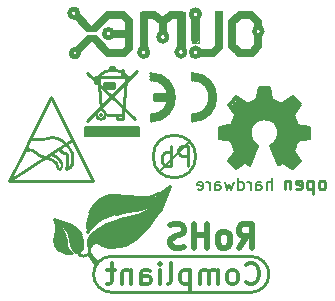
<source format=gbr>
G04 #@! TF.GenerationSoftware,KiCad,Pcbnew,5.1.0-rc2-unknown-036be7d~80~ubuntu16.04.1*
G04 #@! TF.CreationDate,2023-05-22T11:40:45+03:00*
G04 #@! TF.ProjectId,UEXT-PQ_Rev_A,55455854-2d50-4515-9f52-65765f412e6b,A*
G04 #@! TF.SameCoordinates,Original*
G04 #@! TF.FileFunction,Legend,Bot*
G04 #@! TF.FilePolarity,Positive*
%FSLAX46Y46*%
G04 Gerber Fmt 4.6, Leading zero omitted, Abs format (unit mm)*
G04 Created by KiCad (PCBNEW 5.1.0-rc2-unknown-036be7d~80~ubuntu16.04.1) date 2023-05-22 11:40:45*
%MOMM*%
%LPD*%
G04 APERTURE LIST*
%ADD10C,0.254000*%
%ADD11C,0.508000*%
%ADD12C,0.300000*%
%ADD13C,1.000000*%
%ADD14C,0.150000*%
%ADD15C,0.370000*%
%ADD16C,0.380000*%
%ADD17C,0.400000*%
%ADD18C,0.420000*%
%ADD19C,0.100000*%
%ADD20C,0.700000*%
%ADD21C,0.500000*%
%ADD22C,0.127000*%
%ADD23C,0.200000*%
%ADD24C,0.350000*%
%ADD25C,0.180000*%
G04 APERTURE END LIST*
D10*
X79628556Y-146963371D02*
G75*
G02X79375000Y-147574000I-865696J1511D01*
G01*
X78182020Y-145468180D02*
G75*
G02X78689200Y-146499580I-991420J-1127920D01*
G01*
X79099340Y-147604046D02*
G75*
G02X78689200Y-146507200I1118940J1043506D01*
G01*
X79376788Y-147702791D02*
G75*
G02X79072740Y-147576540I752J431051D01*
G01*
X78810340Y-147696613D02*
G75*
G02X78308200Y-146900900I709440J1003993D01*
G01*
X77928795Y-145562066D02*
G75*
G02X78282800Y-146552920I-1408755J-1061974D01*
G01*
X78461927Y-147702303D02*
G75*
G02X78262480Y-147678140I-1327J824263D01*
G01*
X78260497Y-147677453D02*
G75*
G02X77680820Y-147403820I205183J1185493D01*
G01*
X77656946Y-147381974D02*
G75*
G02X77343000Y-146624040I757934J757934D01*
G01*
X77343283Y-146624487D02*
G75*
G02X77414120Y-146255740I992857J447D01*
G01*
X77478148Y-145321136D02*
G75*
G02X77414120Y-146255740I-1478808J-368184D01*
G01*
X78780000Y-145342511D02*
G75*
G02X79502000Y-145986500I-601340J-1400909D01*
G01*
X79555794Y-146082321D02*
G75*
G02X79756000Y-146837400I-1323794J-755079D01*
G01*
X79757874Y-146837901D02*
G75*
G02X79672180Y-147281900I-1195674J501D01*
G01*
X79801720Y-147956612D02*
G75*
G02X79509620Y-147835620I0J413092D01*
G01*
X80159134Y-147806954D02*
G75*
G02X79801720Y-147955000I-357414J357414D01*
G01*
X80532258Y-147972710D02*
G75*
G02X80264000Y-147320000I653762J650170D01*
G01*
X80769978Y-148590280D02*
G75*
G02X80264000Y-147365720I1228842J1224560D01*
G01*
X84334379Y-144051186D02*
G75*
G02X82991960Y-144266920I-1812319J6992786D01*
G01*
X81210130Y-144840934D02*
G75*
G02X82473800Y-144340580I2134890J-3545866D01*
G01*
X80143641Y-145918765D02*
G75*
G02X81198720Y-144848580I3831299J-2722035D01*
G01*
X80263155Y-147193069D02*
G75*
G02X80383380Y-146255740I762845J378529D01*
G01*
X80554473Y-146067156D02*
G75*
G02X83108800Y-144797780I3654147J-4148444D01*
G01*
X85445541Y-143986778D02*
G75*
G02X83418680Y-144736820I-2631381J3997218D01*
G01*
X80711549Y-148278559D02*
G75*
G02X80264000Y-147193000I1086611J1083019D01*
G01*
X80137760Y-145541243D02*
G75*
G02X80197960Y-144863820I3049780J70363D01*
G01*
X80344736Y-144260585D02*
G75*
G02X82395060Y-142748000I2144304J-760715D01*
G01*
X86258952Y-142603522D02*
G75*
G02X84543900Y-142943580I-1268012J1900222D01*
G01*
X84232933Y-146527013D02*
G75*
G02X82367120Y-147193000I-1738813J1924813D01*
G01*
X86253464Y-144107447D02*
G75*
G02X84272120Y-146489420I-8344044J4925607D01*
G01*
X80540860Y-146916140D02*
G75*
G02X81259680Y-146918680I358140J-360680D01*
G01*
X81851500Y-147195066D02*
G75*
G02X81313020Y-146972020I0J761526D01*
G01*
X82169000Y-151003000D02*
G75*
G02X80645000Y-149479000I0J1524000D01*
G01*
X95504000Y-149479000D02*
G75*
G02X93980000Y-151003000I-1524000J0D01*
G01*
X93980000Y-147955000D02*
G75*
G02X95504000Y-149479000I0J-1524000D01*
G01*
X80645000Y-149479000D02*
G75*
G02X82169000Y-147955000I1524000J0D01*
G01*
X82169000Y-147955000D02*
X93980000Y-147955000D01*
X93980000Y-151003000D02*
X82169000Y-151003000D01*
X81313020Y-146972020D02*
X81259680Y-146918680D01*
X80540860Y-146918680D02*
X80264000Y-147193000D01*
X87122000Y-141986000D02*
X86255860Y-144101820D01*
X84272120Y-146489420D02*
X84236560Y-146524980D01*
X82367120Y-147193000D02*
X81851500Y-147193000D01*
X87122000Y-141986000D02*
X86260940Y-142605760D01*
X84543900Y-142943580D02*
X82395060Y-142748000D01*
X80345280Y-144264380D02*
X80197960Y-144863820D01*
X80139540Y-145542000D02*
X80139540Y-145923000D01*
X80241140Y-147147280D02*
X80264000Y-147193000D01*
X80899000Y-148463000D02*
X80713580Y-148277580D01*
X85727540Y-143637000D02*
X85445600Y-143984980D01*
X83418680Y-144736820D02*
X83108800Y-144797780D01*
X80553560Y-146067780D02*
X80383380Y-146255740D01*
X80139540Y-145923000D02*
X80142080Y-145920460D01*
X81198720Y-144848580D02*
X81206340Y-144843500D01*
X82473800Y-144340580D02*
X82991960Y-144266920D01*
X84340700Y-144051020D02*
X85727540Y-143637000D01*
X80899000Y-148590000D02*
X80391000Y-147828000D01*
X80264000Y-147365720D02*
X80264000Y-147320000D01*
X81026000Y-148463000D02*
X80535780Y-147972780D01*
X80264000Y-147701000D02*
X80159860Y-147807680D01*
X79509620Y-147835620D02*
X79375000Y-147701000D01*
X79375000Y-147701000D02*
X79672180Y-147281900D01*
X79555340Y-146080480D02*
X79502000Y-145986500D01*
X78780640Y-145341340D02*
X78359000Y-145161000D01*
X78359000Y-145161000D02*
X77343000Y-144780000D01*
X77343000Y-144780000D02*
X77477620Y-145318480D01*
X77657960Y-147380960D02*
X77680820Y-147403820D01*
X78460600Y-147701000D02*
X78816200Y-147701000D01*
X79362300Y-147701000D02*
X79375000Y-147701000D01*
X78282800Y-146509740D02*
X78308200Y-146900900D01*
X86741000Y-142494000D02*
X85727540Y-143131540D01*
D11*
X85727540Y-143131540D02*
X84582000Y-143131540D01*
X84582000Y-143131540D02*
X83566000Y-143002000D01*
X83566000Y-143002000D02*
X81915000Y-143002000D01*
X81915000Y-143002000D02*
X81280000Y-143383000D01*
X81280000Y-143383000D02*
X80772000Y-143891000D01*
X80772000Y-143891000D02*
X80518000Y-144399000D01*
X80518000Y-144399000D02*
X80391000Y-145415000D01*
X80391000Y-145415000D02*
X80899000Y-144780000D01*
X80899000Y-144780000D02*
X81534000Y-144399000D01*
X81534000Y-144399000D02*
X81280000Y-143891000D01*
X81280000Y-143891000D02*
X80899000Y-144399000D01*
X81661000Y-144399000D02*
X82296000Y-144018000D01*
X82296000Y-144018000D02*
X82804000Y-144018000D01*
X82804000Y-144018000D02*
X82931000Y-144018000D01*
X82931000Y-144018000D02*
X84074000Y-143891000D01*
X84074000Y-143891000D02*
X85344000Y-143510000D01*
X85344000Y-143510000D02*
X85852000Y-143383000D01*
X85852000Y-143383000D02*
X81280000Y-143383000D01*
X81280000Y-143383000D02*
X81280000Y-143637000D01*
X81280000Y-143891000D02*
X81280000Y-143637000D01*
X81280000Y-143637000D02*
X86233000Y-143560800D01*
X81153000Y-144018000D02*
X82804000Y-144018000D01*
X86741000Y-142494000D02*
X86233000Y-143383000D01*
X86233000Y-143383000D02*
X86106000Y-143891000D01*
X86106000Y-143891000D02*
X85727540Y-144399000D01*
X85727540Y-144399000D02*
X85727540Y-144018000D01*
X85727540Y-144018000D02*
X86106000Y-143131540D01*
X85598000Y-144526000D02*
X85217000Y-145034000D01*
X85217000Y-145034000D02*
X84963000Y-145415000D01*
X84963000Y-145415000D02*
X84074000Y-146304000D01*
X84074000Y-146304000D02*
X83566000Y-146685000D01*
X83566000Y-146685000D02*
X82677000Y-146939000D01*
X82677000Y-146939000D02*
X81788000Y-146939000D01*
X81788000Y-146939000D02*
X81026000Y-146431000D01*
X81026000Y-146431000D02*
X80645000Y-146558000D01*
X80645000Y-146558000D02*
X80391000Y-146812000D01*
X80391000Y-146812000D02*
X80645000Y-146304000D01*
X80645000Y-146304000D02*
X81153000Y-145796000D01*
X81153000Y-145796000D02*
X81838800Y-145389600D01*
X81838800Y-145389600D02*
X83235800Y-144907000D01*
X83235800Y-144907000D02*
X83845400Y-144907000D01*
X83845400Y-144907000D02*
X84582000Y-144653000D01*
X84582000Y-144653000D02*
X85344000Y-144272000D01*
X85217000Y-144653000D02*
X84455000Y-145288000D01*
X84455000Y-145288000D02*
X84328000Y-145161000D01*
X84328000Y-145161000D02*
X84201000Y-145161000D01*
X84201000Y-145161000D02*
X83058000Y-145288000D01*
X83058000Y-145288000D02*
X82042000Y-145542000D01*
X82042000Y-145542000D02*
X81407000Y-146050000D01*
X81407000Y-146050000D02*
X81280000Y-146177000D01*
X81280000Y-146177000D02*
X81407000Y-146431000D01*
X81407000Y-146431000D02*
X81661000Y-146431000D01*
X81661000Y-146431000D02*
X82042000Y-146558000D01*
X82042000Y-146558000D02*
X82677000Y-146558000D01*
X82677000Y-146558000D02*
X83058000Y-146431000D01*
X83058000Y-146431000D02*
X83566000Y-146304000D01*
X83566000Y-146304000D02*
X84201000Y-145796000D01*
X84201000Y-145796000D02*
X84328000Y-145669000D01*
X84328000Y-145669000D02*
X84201000Y-145542000D01*
X84201000Y-145542000D02*
X83693000Y-145542000D01*
X83693000Y-145542000D02*
X82677000Y-145796000D01*
X82677000Y-145796000D02*
X82423000Y-145796000D01*
X82423000Y-145796000D02*
X81915000Y-146050000D01*
X81915000Y-146050000D02*
X81915000Y-146177000D01*
X81915000Y-146177000D02*
X82042000Y-146304000D01*
X82042000Y-146304000D02*
X82423000Y-146177000D01*
X82423000Y-146177000D02*
X83693000Y-145923000D01*
D10*
X79072740Y-147576540D02*
X79100680Y-147604480D01*
X78689200Y-146507200D02*
X78689200Y-146499580D01*
X79629000Y-146961860D02*
X79629000Y-146939000D01*
X79629000Y-146939000D02*
X79629000Y-146685000D01*
X79629000Y-146685000D02*
X79502000Y-146685000D01*
X79502000Y-146685000D02*
X79375000Y-146685000D01*
X79375000Y-146685000D02*
X79375000Y-147320000D01*
X79502000Y-146685000D02*
X79502000Y-146812000D01*
X79502000Y-146812000D02*
X79502000Y-147193000D01*
X79502000Y-147193000D02*
X79502000Y-147320000D01*
X79502000Y-147320000D02*
X79502000Y-147447000D01*
X79375000Y-146685000D02*
X78994000Y-146685000D01*
X78994000Y-146685000D02*
X78740000Y-146685000D01*
X78740000Y-146685000D02*
X79248000Y-147574000D01*
X78994000Y-146685000D02*
X78994000Y-147193000D01*
X79502000Y-146812000D02*
X78867000Y-146812000D01*
X79629000Y-146939000D02*
X78867000Y-146939000D01*
X79629000Y-147066000D02*
X78867000Y-147066000D01*
X79502000Y-147193000D02*
X78867000Y-147193000D01*
X79502000Y-147320000D02*
X78994000Y-147320000D01*
X78740000Y-146558000D02*
X79629000Y-146558000D01*
X78740000Y-146431000D02*
X79629000Y-146431000D01*
X78740000Y-146304000D02*
X79502000Y-146304000D01*
X78740000Y-146177000D02*
X79502000Y-146177000D01*
X78613000Y-146050000D02*
X79502000Y-146050000D01*
X78613000Y-145923000D02*
X79375000Y-145923000D01*
X78486000Y-145796000D02*
X79248000Y-145796000D01*
X78486000Y-145669000D02*
X79121000Y-145669000D01*
X78359000Y-145542000D02*
X78867000Y-145542000D01*
X77597000Y-145415000D02*
X77724000Y-145415000D01*
X77724000Y-145415000D02*
X77851000Y-145415000D01*
X77851000Y-145415000D02*
X78740000Y-145415000D01*
X78359000Y-145288000D02*
X77597000Y-145288000D01*
X78105000Y-145161000D02*
X77470000Y-145161000D01*
X77978000Y-145034000D02*
X77470000Y-145034000D01*
X77851000Y-145415000D02*
X77851000Y-145923000D01*
X77724000Y-145415000D02*
X77724000Y-145923000D01*
X78105000Y-145923000D02*
X77597000Y-145923000D01*
X78105000Y-146050000D02*
X77597000Y-146050000D01*
X78232000Y-146177000D02*
X77597000Y-146177000D01*
X78232000Y-146304000D02*
X77470000Y-146304000D01*
X78232000Y-146431000D02*
X77470000Y-146431000D01*
X78232000Y-146558000D02*
X77470000Y-146558000D01*
X78232000Y-146685000D02*
X77470000Y-146685000D01*
X78232000Y-146812000D02*
X77470000Y-146812000D01*
X78232000Y-146939000D02*
X77470000Y-146939000D01*
X78308200Y-147066000D02*
X77470000Y-147066000D01*
X78359000Y-147193000D02*
X77597000Y-147193000D01*
X78359000Y-147320000D02*
X77724000Y-147320000D01*
X78486000Y-147447000D02*
X77851000Y-147447000D01*
X78613000Y-147574000D02*
X78105000Y-147574000D01*
X85499000Y-136493000D02*
G75*
G03X85499000Y-132493000I0J2000000D01*
G01*
D12*
X85548980Y-136243000D02*
G75*
G03X85549000Y-132743000I-49980J1750000D01*
G01*
D10*
X85499000Y-135993000D02*
G75*
G03X85499000Y-132993000I0J1500000D01*
G01*
D12*
X89048980Y-136243000D02*
G75*
G03X89049000Y-132743000I-49980J1750000D01*
G01*
D10*
X88999000Y-136493000D02*
G75*
G03X88999000Y-132493000I0J2000000D01*
G01*
X88999000Y-135993000D02*
G75*
G03X88999000Y-132993000I0J1500000D01*
G01*
X88999000Y-132493000D02*
X88999000Y-132993000D01*
X88999000Y-135993000D02*
X88999000Y-136493000D01*
X85499000Y-135993000D02*
X85499000Y-136493000D01*
X85499000Y-132493000D02*
X85499000Y-132993000D01*
X86999000Y-134243000D02*
X85749000Y-134243000D01*
X85749000Y-134243000D02*
X85749000Y-134743000D01*
X85749000Y-134743000D02*
X86999000Y-134743000D01*
X85749000Y-134493000D02*
X86999000Y-134493000D01*
D13*
X93959680Y-138671300D02*
X93626940Y-139402820D01*
X93959680Y-138762740D02*
X92778580Y-139776200D01*
X93845380Y-138625580D02*
X93228160Y-138953240D01*
X93525340Y-138206480D02*
X92915740Y-138313160D01*
X92689680Y-137048240D02*
X93411040Y-137195560D01*
X92930980Y-136354820D02*
X93586300Y-136720580D01*
X93799660Y-135486140D02*
X94218760Y-136072880D01*
X94386400Y-135234680D02*
X94607380Y-135920480D01*
X95651320Y-135219440D02*
X95483680Y-135829040D01*
X96085660Y-135478520D02*
X95910400Y-135836660D01*
X97083880Y-136255760D02*
X96626680Y-136545320D01*
X97259140Y-136735820D02*
X96817180Y-136895840D01*
X97584260Y-137980420D02*
X96878140Y-137853420D01*
X97335340Y-138625580D02*
X96771460Y-138145520D01*
X96669860Y-139524740D02*
X96304100Y-138762740D01*
X91879420Y-137472420D02*
X93347540Y-137558780D01*
X92870020Y-135288020D02*
X93982540Y-136354820D01*
X95135700Y-134231380D02*
X95130620Y-135745220D01*
X97396300Y-135206740D02*
X96334580Y-136314180D01*
X98381820Y-137492740D02*
X96964500Y-137431780D01*
X97345500Y-139697460D02*
X96492060Y-138676380D01*
D14*
X96329500Y-138267440D02*
X96022160Y-138534140D01*
X96659700Y-135354060D02*
X95676720Y-134861300D01*
X94480380Y-138859260D02*
X94602300Y-138574780D01*
X94343220Y-138404600D02*
X94597220Y-138569700D01*
X95844360Y-138402060D02*
X95618300Y-138577320D01*
X96212660Y-138287760D02*
X95953580Y-138625580D01*
X96436180Y-138066780D02*
X96342200Y-138236960D01*
X96436180Y-138066780D02*
X96342200Y-138236960D01*
X96573340Y-137213340D02*
X96441260Y-138036300D01*
X96149160Y-136476740D02*
X96568260Y-137208260D01*
X95277940Y-136047480D02*
X96149160Y-136476740D01*
X94462600Y-136215120D02*
X95277940Y-136055100D01*
X93952060Y-136644380D02*
X94462600Y-136215120D01*
X93718380Y-137317480D02*
X93952060Y-136644380D01*
X93723460Y-137822940D02*
X93723460Y-137304780D01*
X94099380Y-138534140D02*
X93723460Y-137822940D01*
X94277180Y-138656060D02*
X94099380Y-138534140D01*
X97548700Y-134635240D02*
X96664780Y-135356600D01*
X97304860Y-135989060D02*
X97906840Y-135079740D01*
X97309940Y-135983980D02*
X97696020Y-136982200D01*
X98839020Y-137251440D02*
X97723960Y-137005060D01*
X98696780Y-137195560D02*
X98696780Y-137845800D01*
X94320360Y-138597640D02*
X93792040Y-139979400D01*
X93929200Y-140276580D02*
X94315280Y-139296140D01*
X93400880Y-139948920D02*
X93929200Y-140276580D01*
X92717620Y-140281660D02*
X93538040Y-139753340D01*
X93581220Y-139976860D02*
X92704920Y-140596620D01*
X92694760Y-140591540D02*
X92011500Y-139900660D01*
X92298520Y-139816840D02*
X92783660Y-140347700D01*
X92265500Y-138181080D02*
X92646500Y-139161520D01*
X92369640Y-138214100D02*
X91246960Y-138003280D01*
X91231720Y-137025380D02*
X91234260Y-137982960D01*
X91315540Y-137767060D02*
X92422980Y-137990580D01*
X92618560Y-135996680D02*
X92252800Y-136865360D01*
X92003880Y-135115300D02*
X92707460Y-136105900D01*
X92702380Y-134416800D02*
X92008960Y-135107680D01*
X93718380Y-135092440D02*
X92707460Y-134419340D01*
X94404180Y-134706360D02*
X93599000Y-135044180D01*
X94620080Y-133616700D02*
X94394020Y-134787640D01*
X95585280Y-133616700D02*
X94620080Y-133616700D01*
X95595440Y-133624320D02*
X95796100Y-134650480D01*
X96583500Y-135018780D02*
X95679260Y-134640320D01*
X97518220Y-134371080D02*
X96547940Y-135087360D01*
X98204020Y-135087360D02*
X97530920Y-134373620D01*
X98183700Y-135122920D02*
X97589340Y-135976360D01*
X97922080Y-136806940D02*
X97586800Y-135973820D01*
X98991420Y-137005060D02*
X97820480Y-136801860D01*
X98988880Y-137007600D02*
X98988880Y-137993120D01*
X98988880Y-138000740D02*
X97917000Y-138196320D01*
X98226880Y-139908280D02*
X97629980Y-139044680D01*
X97497900Y-140604240D02*
X98219260Y-139910820D01*
X96664780Y-140032740D02*
X97490280Y-140596620D01*
X96652080Y-140042900D02*
X96306640Y-140263880D01*
X96268540Y-140246100D02*
X95618300Y-138577320D01*
D15*
X92702380Y-140436600D02*
X92148660Y-139890500D01*
X92768420Y-138996420D02*
X92148660Y-139882880D01*
X93891100Y-140063220D02*
X94465140Y-138623040D01*
X93553280Y-139877800D02*
X93891100Y-140063220D01*
X92717620Y-140444220D02*
X93553280Y-139877800D01*
X92362020Y-138084560D02*
X92768420Y-138996420D01*
X91348560Y-137914380D02*
X92362020Y-138084560D01*
X91348560Y-137078720D02*
X91348560Y-137914380D01*
X92430600Y-136850120D02*
X91348560Y-137078720D01*
X92770960Y-135912860D02*
X92430600Y-136850120D01*
X92153740Y-135122920D02*
X92770960Y-135912860D01*
X92707460Y-134574280D02*
X92153740Y-135120380D01*
X93611700Y-135206740D02*
X92707460Y-134572300D01*
X94526100Y-134762240D02*
X93624400Y-135211820D01*
X94739460Y-133743700D02*
X94526100Y-134762240D01*
X95506540Y-133723380D02*
X94721680Y-133723380D01*
X95498920Y-133736080D02*
X95704660Y-134749540D01*
X96603820Y-135176260D02*
X95758000Y-134769860D01*
X97492820Y-134533640D02*
X96664780Y-135186420D01*
D16*
X98041460Y-135092440D02*
X97541080Y-134559040D01*
D15*
X98031300Y-135115300D02*
X97475040Y-135966200D01*
X97802700Y-136883140D02*
X97454720Y-136017000D01*
X98851720Y-137099040D02*
X97833180Y-136918700D01*
D16*
X98839020Y-137111740D02*
X98844100Y-137899140D01*
D15*
X98849180Y-137888980D02*
X97899220Y-138107420D01*
X97871280Y-138130280D02*
X97513140Y-139014200D01*
X98046540Y-139890500D02*
X97513140Y-139057380D01*
D16*
X98061780Y-139890500D02*
X97497900Y-140428980D01*
D17*
X97485200Y-140428980D02*
X96705420Y-139898120D01*
D15*
X96695260Y-139880340D02*
X96377760Y-140086080D01*
D18*
X96349820Y-140065760D02*
X95798640Y-138643360D01*
D15*
X96024700Y-136598660D02*
G75*
G02X95948500Y-138452860I-965200J-889000D01*
G01*
X94073980Y-136771380D02*
G75*
G02X95999300Y-136573260I1061720J-863600D01*
G01*
X94454980Y-138620500D02*
G75*
G02X94084140Y-136756140I746760J1117600D01*
G01*
D19*
X83197700Y-127203200D02*
X81826100Y-127203200D01*
X81826100Y-127203200D02*
X81775300Y-127203200D01*
X81775300Y-127203200D02*
X80518000Y-128447800D01*
X84721700Y-127317500D02*
X84620100Y-127317500D01*
X84569300Y-127254000D02*
X84569300Y-127241300D01*
X84569300Y-127241300D02*
X85864700Y-127241300D01*
X85864700Y-127241300D02*
X85890100Y-127241300D01*
X85890100Y-127241300D02*
X86512400Y-127736600D01*
X84569300Y-130263900D02*
X84569300Y-127254000D01*
X88226900Y-127304800D02*
X88303100Y-127304800D01*
X88379300Y-127241300D02*
X87134700Y-127241300D01*
X87134700Y-127241300D02*
X86550500Y-127723900D01*
X88379300Y-130238500D02*
X88379300Y-127254000D01*
X89115900Y-129832100D02*
X89027000Y-129832100D01*
X89458800Y-129832100D02*
X89522300Y-129832100D01*
X89598500Y-129895600D02*
X88988900Y-129895600D01*
X88988900Y-129895600D02*
X88963500Y-129895600D01*
X88963500Y-129895600D02*
X88963500Y-127876300D01*
X89598500Y-127876300D02*
X89598500Y-129895600D01*
X91097100Y-127266700D02*
X90982800Y-127266700D01*
X91224100Y-127190500D02*
X90919300Y-127190500D01*
X90919300Y-127190500D02*
X90919300Y-130225800D01*
X91401900Y-127279400D02*
X91465400Y-127266700D01*
X91516200Y-127190500D02*
X91528900Y-127190500D01*
X91528900Y-127190500D02*
X91541600Y-127190500D01*
X91541600Y-127190500D02*
X91541600Y-130340100D01*
X91236800Y-127190500D02*
X91516200Y-127190500D01*
D20*
X91236800Y-130263900D02*
X91236800Y-127533400D01*
X84899500Y-127546100D02*
X84899500Y-130149600D01*
X93014800Y-127533400D02*
X94018100Y-127533400D01*
X92392500Y-128143000D02*
X92392500Y-130073400D01*
X94615000Y-128181100D02*
X94615000Y-128422400D01*
X94615000Y-130149600D02*
X94030800Y-130721100D01*
X94602300Y-130162300D02*
X94602300Y-129400300D01*
X94043500Y-130721100D02*
X93002100Y-130721100D01*
D17*
X82274659Y-129108200D02*
G75*
G03X82274659Y-129108200I-359659J0D01*
G01*
D20*
X82423000Y-129108200D02*
X83642200Y-129108200D01*
D17*
X79340735Y-127368300D02*
G75*
G03X79340735Y-127368300I-359435J0D01*
G01*
D20*
X79349600Y-127723900D02*
X80213200Y-128617600D01*
D21*
X80772000Y-128714500D02*
X80213200Y-128714500D01*
D20*
X81889600Y-127533400D02*
X80797400Y-128600200D01*
X83111500Y-127533400D02*
X81889600Y-127533400D01*
X83642200Y-128016000D02*
X83159600Y-127508000D01*
X83642200Y-128041400D02*
X83642200Y-130276600D01*
X83642200Y-130276600D02*
X83210400Y-130708400D01*
X83210400Y-130708400D02*
X81889600Y-130708400D01*
X81889600Y-130708400D02*
X80746600Y-129590800D01*
D21*
X80746600Y-129489200D02*
X80213200Y-129489200D01*
D20*
X79400400Y-130403600D02*
X80238600Y-129590800D01*
D17*
X79399666Y-130759200D02*
G75*
G03X79399666Y-130759200I-329466J0D01*
G01*
X85262729Y-130670300D02*
G75*
G03X85262729Y-130670300I-363229J0D01*
G01*
D20*
X85801200Y-127558800D02*
X84912200Y-127558800D01*
D17*
X86883318Y-129387600D02*
G75*
G03X86883318Y-129387600I-370918J0D01*
G01*
D20*
X86436200Y-128066800D02*
X85801200Y-127558800D01*
X86512400Y-128854200D02*
X86512400Y-128143000D01*
X87223600Y-127558800D02*
X86614000Y-128066800D01*
X88061800Y-127558800D02*
X87223600Y-127558800D01*
X88061800Y-130149600D02*
X88061800Y-127558800D01*
D17*
X88408759Y-130657600D02*
G75*
G03X88408759Y-130657600I-359659J0D01*
G01*
X89641818Y-127457200D02*
G75*
G03X89641818Y-127457200I-373518J0D01*
G01*
D20*
X89281000Y-127990600D02*
X89281000Y-129590800D01*
D17*
X89647324Y-130683000D02*
G75*
G03X89647324Y-130683000I-366324J0D01*
G01*
D20*
X89793800Y-130708400D02*
X90779600Y-130708400D01*
X90779600Y-130708400D02*
X91236800Y-130251200D01*
X92405200Y-130111500D02*
X92964000Y-130695700D01*
X93014800Y-127546100D02*
X92379800Y-128155700D01*
X94615000Y-128130300D02*
X94107000Y-127622300D01*
D17*
X94939747Y-128905000D02*
G75*
G03X94939747Y-128905000I-337447J0D01*
G01*
D14*
X79962000Y-137046500D02*
X79962000Y-137808500D01*
X84534000Y-137046500D02*
X79962000Y-137046500D01*
X84534000Y-137808500D02*
X84534000Y-137046500D01*
X79962000Y-137808500D02*
X84534000Y-137808500D01*
X80012800Y-137097300D02*
X84432400Y-137097300D01*
X84483200Y-137198900D02*
X80012800Y-137198900D01*
X80012800Y-137351300D02*
X84432400Y-137351300D01*
X80012800Y-137503700D02*
X84432400Y-137503700D01*
X84483200Y-137249700D02*
X80063600Y-137249700D01*
X84483200Y-137402100D02*
X80012800Y-137402100D01*
X80063600Y-137605300D02*
X84432400Y-137605300D01*
X84483200Y-137706900D02*
X80063600Y-137706900D01*
D10*
X84328000Y-132270500D02*
X80137000Y-136461500D01*
X84201000Y-136334500D02*
X80137000Y-132397500D01*
X83185000Y-135953500D02*
X81788000Y-135953500D01*
X83185000Y-135953500D02*
X83439000Y-132905500D01*
X83693000Y-132778500D02*
X80772000Y-132778500D01*
X82677000Y-136334500D02*
X82677000Y-136080500D01*
X83185000Y-136334500D02*
X82677000Y-136334500D01*
X83185000Y-135953500D02*
X83185000Y-136334500D01*
X81280000Y-135445500D02*
X81153000Y-133413500D01*
X81681609Y-135953500D02*
G75*
G03X81681609Y-135953500I-401609J0D01*
G01*
X83058000Y-132143500D02*
X83058000Y-132651500D01*
X83185000Y-132143500D02*
X83058000Y-132143500D01*
X83185000Y-132651500D02*
X83185000Y-132143500D01*
X80772000Y-133286500D02*
X80772000Y-132778500D01*
X81153000Y-133286500D02*
X80772000Y-133286500D01*
X81153000Y-132778500D02*
X81153000Y-133286500D01*
X81026000Y-132905500D02*
X81026000Y-133032500D01*
X81026000Y-132778500D02*
X80899000Y-133159500D01*
X81026000Y-132905500D02*
X81026000Y-133032500D01*
X80899000Y-132905500D02*
X80899000Y-133286500D01*
X81026000Y-132905500D02*
X80899000Y-132905500D01*
X81026000Y-133286500D02*
X81026000Y-132905500D01*
X82423000Y-133667500D02*
X82423000Y-133286500D01*
X81534000Y-133667500D02*
X82423000Y-133667500D01*
X81534000Y-133286500D02*
X81534000Y-133667500D01*
X82423000Y-133286500D02*
X81534000Y-133286500D01*
X82296000Y-133413500D02*
X81661000Y-133413500D01*
X82042000Y-131889500D02*
X82423000Y-131889500D01*
X82042000Y-132016500D02*
X82042000Y-131889500D01*
X82423000Y-132016500D02*
X82042000Y-132016500D01*
X82423000Y-131889500D02*
X82423000Y-132016500D01*
D22*
X81407000Y-135953500D02*
G75*
G03X81407000Y-135953500I-127000J0D01*
G01*
D10*
X81153000Y-132651500D02*
G75*
G02X83439000Y-132651500I1143000J-1143000D01*
G01*
X89292537Y-139506960D02*
G75*
G03X89292537Y-139506960I-1802237J0D01*
G01*
D23*
X86329520Y-140670280D02*
X88762840Y-138249660D01*
D10*
X77089000Y-134493000D02*
X80645000Y-141605000D01*
X80645000Y-141605000D02*
X73533000Y-141605000D01*
X73533000Y-141605000D02*
X74866500Y-138938000D01*
X74866500Y-138938000D02*
X75311000Y-138049000D01*
X75311000Y-138049000D02*
X77089000Y-134493000D01*
X78867000Y-138112500D02*
X73533000Y-141605000D01*
X76492100Y-138049000D02*
X75311000Y-138049000D01*
X74866500Y-138938000D02*
X75184000Y-138938000D01*
X77851000Y-140525500D02*
X77698600Y-140525500D01*
X78803500Y-139128500D02*
X78803500Y-140208000D01*
X78359000Y-140525500D02*
X78359000Y-140398500D01*
X78422500Y-140335000D02*
X78422500Y-139319000D01*
X78422500Y-140335000D02*
X78486000Y-140335000D01*
X78486000Y-140335000D02*
G75*
G02X78613000Y-140462000I0J-127000D01*
G01*
X78359000Y-140398500D02*
G75*
G02X78422500Y-140335000I63500J0D01*
G01*
X78420071Y-140591545D02*
G75*
G02X78359000Y-140525500I2429J63505D01*
G01*
X78803500Y-140208000D02*
G75*
G02X78422500Y-140589000I-381000J0D01*
G01*
X78614048Y-138812575D02*
G75*
G02X78803500Y-139128500I-168688J-315925D01*
G01*
X78611549Y-138811142D02*
G75*
G02X78295500Y-138493500I478971J792622D01*
G01*
X78420935Y-139320845D02*
G75*
G02X77724000Y-138874500I153965J1007685D01*
G01*
X77977068Y-140081674D02*
G75*
G02X77978000Y-140398500I-316568J-159346D01*
G01*
X77977967Y-140398600D02*
G75*
G02X77851000Y-140525500I-190467J63600D01*
G01*
X76649275Y-139637493D02*
G75*
G02X77089000Y-139763500I-825195J-3709947D01*
G01*
X77088915Y-139764965D02*
G75*
G02X77660500Y-140525500I-284395J-808795D01*
G01*
X77026708Y-139320166D02*
G75*
G02X77978000Y-140081000I-285688J-1332334D01*
G01*
X76514461Y-139574576D02*
G75*
G02X75692000Y-139128500I147819J1253796D01*
G01*
X75183301Y-138938474D02*
G75*
G02X75692000Y-139128500I64199J-604046D01*
G01*
X76707915Y-137987114D02*
G75*
G02X76492100Y-138049000I-182795J230214D01*
G01*
X76708721Y-137985678D02*
G75*
G02X78295500Y-138493500I466639J-1274902D01*
G01*
D24*
X93537193Y-150164800D02*
X93621860Y-150249466D01*
X93875860Y-150334133D01*
X94045193Y-150334133D01*
X94299193Y-150249466D01*
X94468526Y-150080133D01*
X94553193Y-149910800D01*
X94637860Y-149572133D01*
X94637860Y-149318133D01*
X94553193Y-148979466D01*
X94468526Y-148810133D01*
X94299193Y-148640800D01*
X94045193Y-148556133D01*
X93875860Y-148556133D01*
X93621860Y-148640800D01*
X93537193Y-148725466D01*
X92521193Y-150334133D02*
X92690526Y-150249466D01*
X92775193Y-150164800D01*
X92859860Y-149995466D01*
X92859860Y-149487466D01*
X92775193Y-149318133D01*
X92690526Y-149233466D01*
X92521193Y-149148800D01*
X92267193Y-149148800D01*
X92097860Y-149233466D01*
X92013193Y-149318133D01*
X91928526Y-149487466D01*
X91928526Y-149995466D01*
X92013193Y-150164800D01*
X92097860Y-150249466D01*
X92267193Y-150334133D01*
X92521193Y-150334133D01*
X91166526Y-150334133D02*
X91166526Y-149148800D01*
X91166526Y-149318133D02*
X91081860Y-149233466D01*
X90912526Y-149148800D01*
X90658526Y-149148800D01*
X90489193Y-149233466D01*
X90404526Y-149402800D01*
X90404526Y-150334133D01*
X90404526Y-149402800D02*
X90319860Y-149233466D01*
X90150526Y-149148800D01*
X89896526Y-149148800D01*
X89727193Y-149233466D01*
X89642526Y-149402800D01*
X89642526Y-150334133D01*
X88795860Y-149148800D02*
X88795860Y-150926800D01*
X88795860Y-149233466D02*
X88626526Y-149148800D01*
X88287860Y-149148800D01*
X88118526Y-149233466D01*
X88033860Y-149318133D01*
X87949193Y-149487466D01*
X87949193Y-149995466D01*
X88033860Y-150164800D01*
X88118526Y-150249466D01*
X88287860Y-150334133D01*
X88626526Y-150334133D01*
X88795860Y-150249466D01*
X86933193Y-150334133D02*
X87102526Y-150249466D01*
X87187193Y-150080133D01*
X87187193Y-148556133D01*
X86255860Y-150334133D02*
X86255860Y-149148800D01*
X86255860Y-148556133D02*
X86340526Y-148640800D01*
X86255860Y-148725466D01*
X86171193Y-148640800D01*
X86255860Y-148556133D01*
X86255860Y-148725466D01*
X84647193Y-150334133D02*
X84647193Y-149402800D01*
X84731860Y-149233466D01*
X84901193Y-149148800D01*
X85239860Y-149148800D01*
X85409193Y-149233466D01*
X84647193Y-150249466D02*
X84816526Y-150334133D01*
X85239860Y-150334133D01*
X85409193Y-150249466D01*
X85493860Y-150080133D01*
X85493860Y-149910800D01*
X85409193Y-149741466D01*
X85239860Y-149656800D01*
X84816526Y-149656800D01*
X84647193Y-149572133D01*
X83800526Y-149148800D02*
X83800526Y-150334133D01*
X83800526Y-149318133D02*
X83715860Y-149233466D01*
X83546526Y-149148800D01*
X83292526Y-149148800D01*
X83123193Y-149233466D01*
X83038526Y-149402800D01*
X83038526Y-150334133D01*
X82445860Y-149148800D02*
X81768526Y-149148800D01*
X82191860Y-148556133D02*
X82191860Y-150080133D01*
X82107193Y-150249466D01*
X81937860Y-150334133D01*
X81768526Y-150334133D01*
D21*
X92958634Y-147229081D02*
X93625300Y-146276700D01*
X94101491Y-147229081D02*
X94101491Y-145229081D01*
X93339586Y-145229081D01*
X93149110Y-145324320D01*
X93053872Y-145419558D01*
X92958634Y-145610034D01*
X92958634Y-145895748D01*
X93053872Y-146086224D01*
X93149110Y-146181462D01*
X93339586Y-146276700D01*
X94101491Y-146276700D01*
X91815777Y-147229081D02*
X92006253Y-147133843D01*
X92101491Y-147038605D01*
X92196729Y-146848129D01*
X92196729Y-146276700D01*
X92101491Y-146086224D01*
X92006253Y-145990986D01*
X91815777Y-145895748D01*
X91530062Y-145895748D01*
X91339586Y-145990986D01*
X91244348Y-146086224D01*
X91149110Y-146276700D01*
X91149110Y-146848129D01*
X91244348Y-147038605D01*
X91339586Y-147133843D01*
X91530062Y-147229081D01*
X91815777Y-147229081D01*
X90291967Y-147229081D02*
X90291967Y-145229081D01*
X90291967Y-146181462D02*
X89149110Y-146181462D01*
X89149110Y-147229081D02*
X89149110Y-145229081D01*
X88291967Y-147133843D02*
X88006253Y-147229081D01*
X87530062Y-147229081D01*
X87339586Y-147133843D01*
X87244348Y-147038605D01*
X87149110Y-146848129D01*
X87149110Y-146657653D01*
X87244348Y-146467177D01*
X87339586Y-146371939D01*
X87530062Y-146276700D01*
X87911015Y-146181462D01*
X88101491Y-146086224D01*
X88196729Y-145990986D01*
X88291967Y-145800510D01*
X88291967Y-145610034D01*
X88196729Y-145419558D01*
X88101491Y-145324320D01*
X87911015Y-145229081D01*
X87434824Y-145229081D01*
X87149110Y-145324320D01*
D25*
X95753797Y-142324080D02*
X95753797Y-141324080D01*
X95325225Y-142324080D02*
X95325225Y-141800271D01*
X95372844Y-141705033D01*
X95468082Y-141657414D01*
X95610940Y-141657414D01*
X95706178Y-141705033D01*
X95753797Y-141752652D01*
X94420463Y-142324080D02*
X94420463Y-141800271D01*
X94468082Y-141705033D01*
X94563320Y-141657414D01*
X94753797Y-141657414D01*
X94849035Y-141705033D01*
X94420463Y-142276461D02*
X94515701Y-142324080D01*
X94753797Y-142324080D01*
X94849035Y-142276461D01*
X94896654Y-142181223D01*
X94896654Y-142085985D01*
X94849035Y-141990747D01*
X94753797Y-141943128D01*
X94515701Y-141943128D01*
X94420463Y-141895509D01*
X93944273Y-142324080D02*
X93944273Y-141657414D01*
X93944273Y-141847890D02*
X93896654Y-141752652D01*
X93849035Y-141705033D01*
X93753797Y-141657414D01*
X93658559Y-141657414D01*
X92896654Y-142324080D02*
X92896654Y-141324080D01*
X92896654Y-142276461D02*
X92991892Y-142324080D01*
X93182368Y-142324080D01*
X93277606Y-142276461D01*
X93325225Y-142228842D01*
X93372844Y-142133604D01*
X93372844Y-141847890D01*
X93325225Y-141752652D01*
X93277606Y-141705033D01*
X93182368Y-141657414D01*
X92991892Y-141657414D01*
X92896654Y-141705033D01*
X92515701Y-141657414D02*
X92325225Y-142324080D01*
X92134749Y-141847890D01*
X91944273Y-142324080D01*
X91753797Y-141657414D01*
X90944273Y-142324080D02*
X90944273Y-141800271D01*
X90991892Y-141705033D01*
X91087130Y-141657414D01*
X91277606Y-141657414D01*
X91372844Y-141705033D01*
X90944273Y-142276461D02*
X91039511Y-142324080D01*
X91277606Y-142324080D01*
X91372844Y-142276461D01*
X91420463Y-142181223D01*
X91420463Y-142085985D01*
X91372844Y-141990747D01*
X91277606Y-141943128D01*
X91039511Y-141943128D01*
X90944273Y-141895509D01*
X90468082Y-142324080D02*
X90468082Y-141657414D01*
X90468082Y-141847890D02*
X90420463Y-141752652D01*
X90372844Y-141705033D01*
X90277606Y-141657414D01*
X90182368Y-141657414D01*
X89468082Y-142276461D02*
X89563320Y-142324080D01*
X89753797Y-142324080D01*
X89849035Y-142276461D01*
X89896654Y-142181223D01*
X89896654Y-141800271D01*
X89849035Y-141705033D01*
X89753797Y-141657414D01*
X89563320Y-141657414D01*
X89468082Y-141705033D01*
X89420463Y-141800271D01*
X89420463Y-141895509D01*
X89896654Y-141990747D01*
D10*
X100069298Y-142277879D02*
X100174060Y-142225498D01*
X100226440Y-142173117D01*
X100278821Y-142068355D01*
X100278821Y-141754069D01*
X100226440Y-141649307D01*
X100174060Y-141596926D01*
X100069298Y-141544545D01*
X99912155Y-141544545D01*
X99807393Y-141596926D01*
X99755012Y-141649307D01*
X99702631Y-141754069D01*
X99702631Y-142068355D01*
X99755012Y-142173117D01*
X99807393Y-142225498D01*
X99912155Y-142277879D01*
X100069298Y-142277879D01*
X99231202Y-141544545D02*
X99231202Y-142644545D01*
X99231202Y-141596926D02*
X99126440Y-141544545D01*
X98916917Y-141544545D01*
X98812155Y-141596926D01*
X98759774Y-141649307D01*
X98707393Y-141754069D01*
X98707393Y-142068355D01*
X98759774Y-142173117D01*
X98812155Y-142225498D01*
X98916917Y-142277879D01*
X99126440Y-142277879D01*
X99231202Y-142225498D01*
X97816917Y-142225498D02*
X97921679Y-142277879D01*
X98131202Y-142277879D01*
X98235964Y-142225498D01*
X98288345Y-142120736D01*
X98288345Y-141701688D01*
X98235964Y-141596926D01*
X98131202Y-141544545D01*
X97921679Y-141544545D01*
X97816917Y-141596926D01*
X97764536Y-141701688D01*
X97764536Y-141806450D01*
X98288345Y-141911212D01*
X97293107Y-141544545D02*
X97293107Y-142277879D01*
X97293107Y-141649307D02*
X97240726Y-141596926D01*
X97135964Y-141544545D01*
X96978821Y-141544545D01*
X96874060Y-141596926D01*
X96821679Y-141701688D01*
X96821679Y-142277879D01*
X88678568Y-140296327D02*
X88678568Y-138596327D01*
X88107140Y-138596327D01*
X87964282Y-138677280D01*
X87892854Y-138758232D01*
X87821425Y-138920137D01*
X87821425Y-139162994D01*
X87892854Y-139324899D01*
X87964282Y-139405851D01*
X88107140Y-139486803D01*
X88678568Y-139486803D01*
X87178568Y-140296327D02*
X87178568Y-138596327D01*
X87178568Y-139243946D02*
X87035711Y-139162994D01*
X86749997Y-139162994D01*
X86607140Y-139243946D01*
X86535711Y-139324899D01*
X86464282Y-139486803D01*
X86464282Y-139972518D01*
X86535711Y-140134422D01*
X86607140Y-140215375D01*
X86749997Y-140296327D01*
X87035711Y-140296327D01*
X87178568Y-140215375D01*
M02*

</source>
